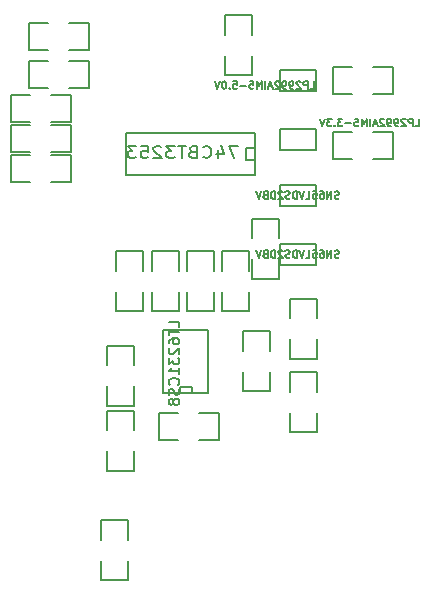
<source format=gbo>
G04 (created by PCBNEW (2013-03-15 BZR 4003)-stable) date ne 24 bře 21:33:24 2013*
%MOIN*%
G04 Gerber Fmt 3.4, Leading zero omitted, Abs format*
%FSLAX34Y34*%
G01*
G70*
G90*
G04 APERTURE LIST*
%ADD10C,0.006*%
%ADD11C,0.005*%
%ADD12C,0.008*%
G04 APERTURE END LIST*
G54D10*
G54D11*
X34950Y-19739D02*
X34950Y-19039D01*
X34950Y-19039D02*
X33750Y-19039D01*
X33750Y-19039D02*
X33750Y-19739D01*
X33750Y-19739D02*
X34950Y-19739D01*
X34950Y-17771D02*
X34950Y-17071D01*
X34950Y-17071D02*
X33750Y-17071D01*
X33750Y-17071D02*
X33750Y-17771D01*
X33750Y-17771D02*
X34950Y-17771D01*
X34950Y-15901D02*
X34950Y-15201D01*
X34950Y-15201D02*
X33750Y-15201D01*
X33750Y-15201D02*
X33750Y-15901D01*
X33750Y-15901D02*
X34950Y-15901D01*
X34950Y-13932D02*
X34950Y-13232D01*
X34950Y-13232D02*
X33750Y-13232D01*
X33750Y-13232D02*
X33750Y-13932D01*
X33750Y-13932D02*
X34950Y-13932D01*
X29910Y-23983D02*
X29860Y-23983D01*
X29860Y-23983D02*
X29860Y-21883D01*
X31360Y-21883D02*
X31360Y-23983D01*
X31360Y-23983D02*
X29910Y-23983D01*
X30810Y-23983D02*
X30810Y-23783D01*
X30810Y-23783D02*
X30410Y-23783D01*
X30410Y-23783D02*
X30410Y-23983D01*
X31360Y-21883D02*
X29860Y-21883D01*
G54D12*
X32937Y-15327D02*
X28637Y-15327D01*
X28637Y-15327D02*
X28637Y-16727D01*
X28637Y-16727D02*
X32937Y-16727D01*
X32937Y-16727D02*
X32937Y-15327D01*
X32937Y-15827D02*
X32637Y-15827D01*
X32637Y-15827D02*
X32637Y-16227D01*
X32637Y-16227D02*
X32937Y-16227D01*
G54D11*
X34997Y-22850D02*
X34097Y-22850D01*
X34097Y-22850D02*
X34097Y-22200D01*
X34997Y-21500D02*
X34997Y-20850D01*
X34997Y-20850D02*
X34097Y-20850D01*
X34097Y-20850D02*
X34097Y-21500D01*
X34997Y-22200D02*
X34997Y-22850D01*
X27377Y-12935D02*
X27377Y-13835D01*
X27377Y-13835D02*
X26727Y-13835D01*
X26027Y-12935D02*
X25377Y-12935D01*
X25377Y-12935D02*
X25377Y-13835D01*
X25377Y-13835D02*
X26027Y-13835D01*
X26727Y-12935D02*
X27377Y-12935D01*
X26787Y-16077D02*
X26787Y-16977D01*
X26787Y-16977D02*
X26137Y-16977D01*
X25437Y-16077D02*
X24787Y-16077D01*
X24787Y-16077D02*
X24787Y-16977D01*
X24787Y-16977D02*
X25437Y-16977D01*
X26137Y-16077D02*
X26787Y-16077D01*
X32831Y-13401D02*
X31931Y-13401D01*
X31931Y-13401D02*
X31931Y-12751D01*
X32831Y-12051D02*
X32831Y-11401D01*
X32831Y-11401D02*
X31931Y-11401D01*
X31931Y-11401D02*
X31931Y-12051D01*
X32831Y-12751D02*
X32831Y-13401D01*
X31833Y-19275D02*
X32733Y-19275D01*
X32733Y-19275D02*
X32733Y-19925D01*
X31833Y-20625D02*
X31833Y-21275D01*
X31833Y-21275D02*
X32733Y-21275D01*
X32733Y-21275D02*
X32733Y-20625D01*
X31833Y-19925D02*
X31833Y-19275D01*
X30652Y-19275D02*
X31552Y-19275D01*
X31552Y-19275D02*
X31552Y-19925D01*
X30652Y-20625D02*
X30652Y-21275D01*
X30652Y-21275D02*
X31552Y-21275D01*
X31552Y-21275D02*
X31552Y-20625D01*
X30652Y-19925D02*
X30652Y-19275D01*
X29471Y-19275D02*
X30371Y-19275D01*
X30371Y-19275D02*
X30371Y-19925D01*
X29471Y-20625D02*
X29471Y-21275D01*
X29471Y-21275D02*
X30371Y-21275D01*
X30371Y-21275D02*
X30371Y-20625D01*
X29471Y-19925D02*
X29471Y-19275D01*
X35515Y-16198D02*
X35515Y-15298D01*
X35515Y-15298D02*
X36165Y-15298D01*
X36865Y-16198D02*
X37515Y-16198D01*
X37515Y-16198D02*
X37515Y-15298D01*
X37515Y-15298D02*
X36865Y-15298D01*
X36165Y-16198D02*
X35515Y-16198D01*
X32817Y-18192D02*
X33717Y-18192D01*
X33717Y-18192D02*
X33717Y-18842D01*
X32817Y-19542D02*
X32817Y-20192D01*
X32817Y-20192D02*
X33717Y-20192D01*
X33717Y-20192D02*
X33717Y-19542D01*
X32817Y-18842D02*
X32817Y-18192D01*
X27798Y-28232D02*
X28698Y-28232D01*
X28698Y-28232D02*
X28698Y-28882D01*
X27798Y-29582D02*
X27798Y-30232D01*
X27798Y-30232D02*
X28698Y-30232D01*
X28698Y-30232D02*
X28698Y-29582D01*
X27798Y-28882D02*
X27798Y-28232D01*
X27377Y-11656D02*
X27377Y-12556D01*
X27377Y-12556D02*
X26727Y-12556D01*
X26027Y-11656D02*
X25377Y-11656D01*
X25377Y-11656D02*
X25377Y-12556D01*
X25377Y-12556D02*
X26027Y-12556D01*
X26727Y-11656D02*
X27377Y-11656D01*
X35515Y-14032D02*
X35515Y-13132D01*
X35515Y-13132D02*
X36165Y-13132D01*
X36865Y-14032D02*
X37515Y-14032D01*
X37515Y-14032D02*
X37515Y-13132D01*
X37515Y-13132D02*
X36865Y-13132D01*
X36165Y-14032D02*
X35515Y-14032D01*
X34097Y-23311D02*
X34997Y-23311D01*
X34997Y-23311D02*
X34997Y-23961D01*
X34097Y-24661D02*
X34097Y-25311D01*
X34097Y-25311D02*
X34997Y-25311D01*
X34997Y-25311D02*
X34997Y-24661D01*
X34097Y-23961D02*
X34097Y-23311D01*
X27994Y-24590D02*
X28894Y-24590D01*
X28894Y-24590D02*
X28894Y-25240D01*
X27994Y-25940D02*
X27994Y-26590D01*
X27994Y-26590D02*
X28894Y-26590D01*
X28894Y-26590D02*
X28894Y-25940D01*
X27994Y-25240D02*
X27994Y-24590D01*
X29708Y-25548D02*
X29708Y-24648D01*
X29708Y-24648D02*
X30358Y-24648D01*
X31058Y-25548D02*
X31708Y-25548D01*
X31708Y-25548D02*
X31708Y-24648D01*
X31708Y-24648D02*
X31058Y-24648D01*
X30358Y-25548D02*
X29708Y-25548D01*
X32522Y-21933D02*
X33422Y-21933D01*
X33422Y-21933D02*
X33422Y-22583D01*
X32522Y-23283D02*
X32522Y-23933D01*
X32522Y-23933D02*
X33422Y-23933D01*
X33422Y-23933D02*
X33422Y-23283D01*
X32522Y-22583D02*
X32522Y-21933D01*
X28894Y-24425D02*
X27994Y-24425D01*
X27994Y-24425D02*
X27994Y-23775D01*
X28894Y-23075D02*
X28894Y-22425D01*
X28894Y-22425D02*
X27994Y-22425D01*
X27994Y-22425D02*
X27994Y-23075D01*
X28894Y-23775D02*
X28894Y-24425D01*
X26787Y-15077D02*
X26787Y-15977D01*
X26787Y-15977D02*
X26137Y-15977D01*
X25437Y-15077D02*
X24787Y-15077D01*
X24787Y-15077D02*
X24787Y-15977D01*
X24787Y-15977D02*
X25437Y-15977D01*
X26137Y-15077D02*
X26787Y-15077D01*
X26787Y-14077D02*
X26787Y-14977D01*
X26787Y-14977D02*
X26137Y-14977D01*
X25437Y-14077D02*
X24787Y-14077D01*
X24787Y-14077D02*
X24787Y-14977D01*
X24787Y-14977D02*
X25437Y-14977D01*
X26137Y-14077D02*
X26787Y-14077D01*
X28290Y-19275D02*
X29190Y-19275D01*
X29190Y-19275D02*
X29190Y-19925D01*
X28290Y-20625D02*
X28290Y-21275D01*
X28290Y-21275D02*
X29190Y-21275D01*
X29190Y-21275D02*
X29190Y-20625D01*
X28290Y-19925D02*
X28290Y-19275D01*
X35719Y-19479D02*
X35683Y-19490D01*
X35624Y-19490D01*
X35600Y-19479D01*
X35588Y-19467D01*
X35576Y-19443D01*
X35576Y-19419D01*
X35588Y-19395D01*
X35600Y-19383D01*
X35624Y-19371D01*
X35671Y-19360D01*
X35695Y-19348D01*
X35707Y-19336D01*
X35719Y-19312D01*
X35719Y-19288D01*
X35707Y-19264D01*
X35695Y-19252D01*
X35671Y-19240D01*
X35612Y-19240D01*
X35576Y-19252D01*
X35469Y-19490D02*
X35469Y-19240D01*
X35326Y-19490D01*
X35326Y-19240D01*
X35100Y-19240D02*
X35148Y-19240D01*
X35171Y-19252D01*
X35183Y-19264D01*
X35207Y-19300D01*
X35219Y-19348D01*
X35219Y-19443D01*
X35207Y-19467D01*
X35195Y-19479D01*
X35171Y-19490D01*
X35124Y-19490D01*
X35100Y-19479D01*
X35088Y-19467D01*
X35076Y-19443D01*
X35076Y-19383D01*
X35088Y-19360D01*
X35100Y-19348D01*
X35124Y-19336D01*
X35171Y-19336D01*
X35195Y-19348D01*
X35207Y-19360D01*
X35219Y-19383D01*
X34850Y-19240D02*
X34969Y-19240D01*
X34981Y-19360D01*
X34969Y-19348D01*
X34945Y-19336D01*
X34886Y-19336D01*
X34862Y-19348D01*
X34850Y-19360D01*
X34838Y-19383D01*
X34838Y-19443D01*
X34850Y-19467D01*
X34862Y-19479D01*
X34886Y-19490D01*
X34945Y-19490D01*
X34969Y-19479D01*
X34981Y-19467D01*
X34612Y-19490D02*
X34731Y-19490D01*
X34731Y-19240D01*
X34564Y-19240D02*
X34481Y-19490D01*
X34398Y-19240D01*
X34314Y-19490D02*
X34314Y-19240D01*
X34255Y-19240D01*
X34219Y-19252D01*
X34195Y-19276D01*
X34183Y-19300D01*
X34171Y-19348D01*
X34171Y-19383D01*
X34183Y-19431D01*
X34195Y-19455D01*
X34219Y-19479D01*
X34255Y-19490D01*
X34314Y-19490D01*
X34076Y-19479D02*
X34040Y-19490D01*
X33981Y-19490D01*
X33957Y-19479D01*
X33945Y-19467D01*
X33933Y-19443D01*
X33933Y-19419D01*
X33945Y-19395D01*
X33957Y-19383D01*
X33981Y-19371D01*
X34028Y-19360D01*
X34052Y-19348D01*
X34064Y-19336D01*
X34076Y-19312D01*
X34076Y-19288D01*
X34064Y-19264D01*
X34052Y-19252D01*
X34028Y-19240D01*
X33969Y-19240D01*
X33933Y-19252D01*
X33838Y-19264D02*
X33826Y-19252D01*
X33802Y-19240D01*
X33743Y-19240D01*
X33719Y-19252D01*
X33707Y-19264D01*
X33695Y-19288D01*
X33695Y-19312D01*
X33707Y-19348D01*
X33850Y-19490D01*
X33695Y-19490D01*
X33588Y-19490D02*
X33588Y-19240D01*
X33528Y-19240D01*
X33493Y-19252D01*
X33469Y-19276D01*
X33457Y-19300D01*
X33445Y-19348D01*
X33445Y-19383D01*
X33457Y-19431D01*
X33469Y-19455D01*
X33493Y-19479D01*
X33528Y-19490D01*
X33588Y-19490D01*
X33255Y-19360D02*
X33219Y-19371D01*
X33207Y-19383D01*
X33195Y-19407D01*
X33195Y-19443D01*
X33207Y-19467D01*
X33219Y-19479D01*
X33243Y-19490D01*
X33338Y-19490D01*
X33338Y-19240D01*
X33255Y-19240D01*
X33231Y-19252D01*
X33219Y-19264D01*
X33207Y-19288D01*
X33207Y-19312D01*
X33219Y-19336D01*
X33231Y-19348D01*
X33255Y-19360D01*
X33338Y-19360D01*
X33124Y-19240D02*
X33040Y-19490D01*
X32957Y-19240D01*
X35719Y-17510D02*
X35683Y-17522D01*
X35624Y-17522D01*
X35600Y-17510D01*
X35588Y-17498D01*
X35576Y-17474D01*
X35576Y-17451D01*
X35588Y-17427D01*
X35600Y-17415D01*
X35624Y-17403D01*
X35671Y-17391D01*
X35695Y-17379D01*
X35707Y-17367D01*
X35719Y-17343D01*
X35719Y-17320D01*
X35707Y-17296D01*
X35695Y-17284D01*
X35671Y-17272D01*
X35612Y-17272D01*
X35576Y-17284D01*
X35469Y-17522D02*
X35469Y-17272D01*
X35326Y-17522D01*
X35326Y-17272D01*
X35100Y-17272D02*
X35148Y-17272D01*
X35171Y-17284D01*
X35183Y-17296D01*
X35207Y-17331D01*
X35219Y-17379D01*
X35219Y-17474D01*
X35207Y-17498D01*
X35195Y-17510D01*
X35171Y-17522D01*
X35124Y-17522D01*
X35100Y-17510D01*
X35088Y-17498D01*
X35076Y-17474D01*
X35076Y-17415D01*
X35088Y-17391D01*
X35100Y-17379D01*
X35124Y-17367D01*
X35171Y-17367D01*
X35195Y-17379D01*
X35207Y-17391D01*
X35219Y-17415D01*
X34850Y-17272D02*
X34969Y-17272D01*
X34981Y-17391D01*
X34969Y-17379D01*
X34945Y-17367D01*
X34886Y-17367D01*
X34862Y-17379D01*
X34850Y-17391D01*
X34838Y-17415D01*
X34838Y-17474D01*
X34850Y-17498D01*
X34862Y-17510D01*
X34886Y-17522D01*
X34945Y-17522D01*
X34969Y-17510D01*
X34981Y-17498D01*
X34612Y-17522D02*
X34731Y-17522D01*
X34731Y-17272D01*
X34564Y-17272D02*
X34481Y-17522D01*
X34398Y-17272D01*
X34314Y-17522D02*
X34314Y-17272D01*
X34255Y-17272D01*
X34219Y-17284D01*
X34195Y-17308D01*
X34183Y-17331D01*
X34171Y-17379D01*
X34171Y-17415D01*
X34183Y-17462D01*
X34195Y-17486D01*
X34219Y-17510D01*
X34255Y-17522D01*
X34314Y-17522D01*
X34076Y-17510D02*
X34040Y-17522D01*
X33981Y-17522D01*
X33957Y-17510D01*
X33945Y-17498D01*
X33933Y-17474D01*
X33933Y-17451D01*
X33945Y-17427D01*
X33957Y-17415D01*
X33981Y-17403D01*
X34028Y-17391D01*
X34052Y-17379D01*
X34064Y-17367D01*
X34076Y-17343D01*
X34076Y-17320D01*
X34064Y-17296D01*
X34052Y-17284D01*
X34028Y-17272D01*
X33969Y-17272D01*
X33933Y-17284D01*
X33838Y-17296D02*
X33826Y-17284D01*
X33802Y-17272D01*
X33743Y-17272D01*
X33719Y-17284D01*
X33707Y-17296D01*
X33695Y-17320D01*
X33695Y-17343D01*
X33707Y-17379D01*
X33850Y-17522D01*
X33695Y-17522D01*
X33588Y-17522D02*
X33588Y-17272D01*
X33528Y-17272D01*
X33493Y-17284D01*
X33469Y-17308D01*
X33457Y-17331D01*
X33445Y-17379D01*
X33445Y-17415D01*
X33457Y-17462D01*
X33469Y-17486D01*
X33493Y-17510D01*
X33528Y-17522D01*
X33588Y-17522D01*
X33255Y-17391D02*
X33219Y-17403D01*
X33207Y-17415D01*
X33195Y-17439D01*
X33195Y-17474D01*
X33207Y-17498D01*
X33219Y-17510D01*
X33243Y-17522D01*
X33338Y-17522D01*
X33338Y-17272D01*
X33255Y-17272D01*
X33231Y-17284D01*
X33219Y-17296D01*
X33207Y-17320D01*
X33207Y-17343D01*
X33219Y-17367D01*
X33231Y-17379D01*
X33255Y-17391D01*
X33338Y-17391D01*
X33124Y-17272D02*
X33040Y-17522D01*
X32957Y-17272D01*
X38261Y-15101D02*
X38380Y-15101D01*
X38380Y-14851D01*
X38178Y-15101D02*
X38178Y-14851D01*
X38083Y-14851D01*
X38059Y-14863D01*
X38047Y-14875D01*
X38035Y-14898D01*
X38035Y-14934D01*
X38047Y-14958D01*
X38059Y-14970D01*
X38083Y-14982D01*
X38178Y-14982D01*
X37940Y-14875D02*
X37928Y-14863D01*
X37904Y-14851D01*
X37845Y-14851D01*
X37821Y-14863D01*
X37809Y-14875D01*
X37797Y-14898D01*
X37797Y-14922D01*
X37809Y-14958D01*
X37952Y-15101D01*
X37797Y-15101D01*
X37678Y-15101D02*
X37630Y-15101D01*
X37607Y-15089D01*
X37595Y-15077D01*
X37571Y-15041D01*
X37559Y-14994D01*
X37559Y-14898D01*
X37571Y-14875D01*
X37583Y-14863D01*
X37607Y-14851D01*
X37654Y-14851D01*
X37678Y-14863D01*
X37690Y-14875D01*
X37702Y-14898D01*
X37702Y-14958D01*
X37690Y-14982D01*
X37678Y-14994D01*
X37654Y-15005D01*
X37607Y-15005D01*
X37583Y-14994D01*
X37571Y-14982D01*
X37559Y-14958D01*
X37440Y-15101D02*
X37392Y-15101D01*
X37369Y-15089D01*
X37357Y-15077D01*
X37333Y-15041D01*
X37321Y-14994D01*
X37321Y-14898D01*
X37333Y-14875D01*
X37345Y-14863D01*
X37369Y-14851D01*
X37416Y-14851D01*
X37440Y-14863D01*
X37452Y-14875D01*
X37464Y-14898D01*
X37464Y-14958D01*
X37452Y-14982D01*
X37440Y-14994D01*
X37416Y-15005D01*
X37369Y-15005D01*
X37345Y-14994D01*
X37333Y-14982D01*
X37321Y-14958D01*
X37226Y-14875D02*
X37214Y-14863D01*
X37190Y-14851D01*
X37130Y-14851D01*
X37107Y-14863D01*
X37095Y-14875D01*
X37083Y-14898D01*
X37083Y-14922D01*
X37095Y-14958D01*
X37238Y-15101D01*
X37083Y-15101D01*
X36988Y-15029D02*
X36869Y-15029D01*
X37011Y-15101D02*
X36928Y-14851D01*
X36845Y-15101D01*
X36761Y-15101D02*
X36761Y-14851D01*
X36642Y-15101D02*
X36642Y-14851D01*
X36559Y-15029D01*
X36476Y-14851D01*
X36476Y-15101D01*
X36238Y-14851D02*
X36357Y-14851D01*
X36369Y-14970D01*
X36357Y-14958D01*
X36333Y-14946D01*
X36273Y-14946D01*
X36250Y-14958D01*
X36238Y-14970D01*
X36226Y-14994D01*
X36226Y-15053D01*
X36238Y-15077D01*
X36250Y-15089D01*
X36273Y-15101D01*
X36333Y-15101D01*
X36357Y-15089D01*
X36369Y-15077D01*
X36119Y-15005D02*
X35928Y-15005D01*
X35833Y-14851D02*
X35678Y-14851D01*
X35761Y-14946D01*
X35726Y-14946D01*
X35702Y-14958D01*
X35690Y-14970D01*
X35678Y-14994D01*
X35678Y-15053D01*
X35690Y-15077D01*
X35702Y-15089D01*
X35726Y-15101D01*
X35797Y-15101D01*
X35821Y-15089D01*
X35833Y-15077D01*
X35571Y-15077D02*
X35559Y-15089D01*
X35571Y-15101D01*
X35583Y-15089D01*
X35571Y-15077D01*
X35571Y-15101D01*
X35476Y-14851D02*
X35321Y-14851D01*
X35404Y-14946D01*
X35369Y-14946D01*
X35345Y-14958D01*
X35333Y-14970D01*
X35321Y-14994D01*
X35321Y-15053D01*
X35333Y-15077D01*
X35345Y-15089D01*
X35369Y-15101D01*
X35440Y-15101D01*
X35464Y-15089D01*
X35476Y-15077D01*
X35250Y-14851D02*
X35166Y-15101D01*
X35083Y-14851D01*
X34761Y-13851D02*
X34880Y-13851D01*
X34880Y-13601D01*
X34678Y-13851D02*
X34678Y-13601D01*
X34583Y-13601D01*
X34559Y-13613D01*
X34547Y-13625D01*
X34535Y-13648D01*
X34535Y-13684D01*
X34547Y-13708D01*
X34559Y-13720D01*
X34583Y-13732D01*
X34678Y-13732D01*
X34440Y-13625D02*
X34428Y-13613D01*
X34404Y-13601D01*
X34345Y-13601D01*
X34321Y-13613D01*
X34309Y-13625D01*
X34297Y-13648D01*
X34297Y-13672D01*
X34309Y-13708D01*
X34452Y-13851D01*
X34297Y-13851D01*
X34178Y-13851D02*
X34130Y-13851D01*
X34107Y-13839D01*
X34095Y-13827D01*
X34071Y-13791D01*
X34059Y-13744D01*
X34059Y-13648D01*
X34071Y-13625D01*
X34083Y-13613D01*
X34107Y-13601D01*
X34154Y-13601D01*
X34178Y-13613D01*
X34190Y-13625D01*
X34202Y-13648D01*
X34202Y-13708D01*
X34190Y-13732D01*
X34178Y-13744D01*
X34154Y-13755D01*
X34107Y-13755D01*
X34083Y-13744D01*
X34071Y-13732D01*
X34059Y-13708D01*
X33940Y-13851D02*
X33892Y-13851D01*
X33869Y-13839D01*
X33857Y-13827D01*
X33833Y-13791D01*
X33821Y-13744D01*
X33821Y-13648D01*
X33833Y-13625D01*
X33845Y-13613D01*
X33869Y-13601D01*
X33916Y-13601D01*
X33940Y-13613D01*
X33952Y-13625D01*
X33964Y-13648D01*
X33964Y-13708D01*
X33952Y-13732D01*
X33940Y-13744D01*
X33916Y-13755D01*
X33869Y-13755D01*
X33845Y-13744D01*
X33833Y-13732D01*
X33821Y-13708D01*
X33726Y-13625D02*
X33714Y-13613D01*
X33690Y-13601D01*
X33630Y-13601D01*
X33607Y-13613D01*
X33595Y-13625D01*
X33583Y-13648D01*
X33583Y-13672D01*
X33595Y-13708D01*
X33738Y-13851D01*
X33583Y-13851D01*
X33488Y-13779D02*
X33369Y-13779D01*
X33511Y-13851D02*
X33428Y-13601D01*
X33345Y-13851D01*
X33261Y-13851D02*
X33261Y-13601D01*
X33142Y-13851D02*
X33142Y-13601D01*
X33059Y-13779D01*
X32976Y-13601D01*
X32976Y-13851D01*
X32738Y-13601D02*
X32857Y-13601D01*
X32869Y-13720D01*
X32857Y-13708D01*
X32833Y-13696D01*
X32773Y-13696D01*
X32750Y-13708D01*
X32738Y-13720D01*
X32726Y-13744D01*
X32726Y-13803D01*
X32738Y-13827D01*
X32750Y-13839D01*
X32773Y-13851D01*
X32833Y-13851D01*
X32857Y-13839D01*
X32869Y-13827D01*
X32619Y-13755D02*
X32428Y-13755D01*
X32190Y-13601D02*
X32309Y-13601D01*
X32321Y-13720D01*
X32309Y-13708D01*
X32285Y-13696D01*
X32226Y-13696D01*
X32202Y-13708D01*
X32190Y-13720D01*
X32178Y-13744D01*
X32178Y-13803D01*
X32190Y-13827D01*
X32202Y-13839D01*
X32226Y-13851D01*
X32285Y-13851D01*
X32309Y-13839D01*
X32321Y-13827D01*
X32071Y-13827D02*
X32059Y-13839D01*
X32071Y-13851D01*
X32083Y-13839D01*
X32071Y-13827D01*
X32071Y-13851D01*
X31904Y-13601D02*
X31880Y-13601D01*
X31857Y-13613D01*
X31845Y-13625D01*
X31833Y-13648D01*
X31821Y-13696D01*
X31821Y-13755D01*
X31833Y-13803D01*
X31845Y-13827D01*
X31857Y-13839D01*
X31880Y-13851D01*
X31904Y-13851D01*
X31928Y-13839D01*
X31940Y-13827D01*
X31952Y-13803D01*
X31964Y-13755D01*
X31964Y-13696D01*
X31952Y-13648D01*
X31940Y-13625D01*
X31928Y-13613D01*
X31904Y-13601D01*
X31750Y-13601D02*
X31666Y-13851D01*
X31583Y-13601D01*
G54D10*
X30391Y-21799D02*
X30391Y-21633D01*
X30041Y-21633D01*
X30041Y-21866D02*
X30041Y-22066D01*
X30391Y-21966D02*
X30041Y-21966D01*
X30041Y-22333D02*
X30041Y-22266D01*
X30058Y-22233D01*
X30075Y-22216D01*
X30125Y-22183D01*
X30191Y-22166D01*
X30325Y-22166D01*
X30358Y-22183D01*
X30375Y-22199D01*
X30391Y-22233D01*
X30391Y-22299D01*
X30375Y-22333D01*
X30358Y-22349D01*
X30325Y-22366D01*
X30241Y-22366D01*
X30208Y-22349D01*
X30191Y-22333D01*
X30175Y-22299D01*
X30175Y-22233D01*
X30191Y-22199D01*
X30208Y-22183D01*
X30241Y-22166D01*
X30075Y-22499D02*
X30058Y-22516D01*
X30041Y-22549D01*
X30041Y-22633D01*
X30058Y-22666D01*
X30075Y-22683D01*
X30108Y-22699D01*
X30141Y-22699D01*
X30191Y-22683D01*
X30391Y-22483D01*
X30391Y-22699D01*
X30041Y-22816D02*
X30041Y-23033D01*
X30175Y-22916D01*
X30175Y-22966D01*
X30191Y-23000D01*
X30208Y-23016D01*
X30241Y-23033D01*
X30325Y-23033D01*
X30358Y-23016D01*
X30375Y-23000D01*
X30391Y-22966D01*
X30391Y-22866D01*
X30375Y-22833D01*
X30358Y-22816D01*
X30391Y-23366D02*
X30391Y-23166D01*
X30391Y-23266D02*
X30041Y-23266D01*
X30091Y-23233D01*
X30125Y-23200D01*
X30141Y-23166D01*
X30358Y-23716D02*
X30375Y-23700D01*
X30391Y-23650D01*
X30391Y-23616D01*
X30375Y-23566D01*
X30341Y-23533D01*
X30308Y-23516D01*
X30241Y-23500D01*
X30191Y-23500D01*
X30125Y-23516D01*
X30091Y-23533D01*
X30058Y-23566D01*
X30041Y-23616D01*
X30041Y-23650D01*
X30058Y-23700D01*
X30075Y-23716D01*
X30375Y-23850D02*
X30391Y-23900D01*
X30391Y-23983D01*
X30375Y-24016D01*
X30358Y-24033D01*
X30325Y-24050D01*
X30291Y-24050D01*
X30258Y-24033D01*
X30241Y-24016D01*
X30225Y-23983D01*
X30208Y-23916D01*
X30191Y-23883D01*
X30175Y-23866D01*
X30141Y-23850D01*
X30108Y-23850D01*
X30075Y-23866D01*
X30058Y-23883D01*
X30041Y-23916D01*
X30041Y-24000D01*
X30058Y-24050D01*
X30191Y-24250D02*
X30175Y-24216D01*
X30158Y-24200D01*
X30125Y-24183D01*
X30108Y-24183D01*
X30075Y-24200D01*
X30058Y-24216D01*
X30041Y-24250D01*
X30041Y-24316D01*
X30058Y-24350D01*
X30075Y-24366D01*
X30108Y-24383D01*
X30125Y-24383D01*
X30158Y-24366D01*
X30175Y-24350D01*
X30191Y-24316D01*
X30191Y-24250D01*
X30208Y-24216D01*
X30225Y-24200D01*
X30258Y-24183D01*
X30325Y-24183D01*
X30358Y-24200D01*
X30375Y-24216D01*
X30391Y-24250D01*
X30391Y-24316D01*
X30375Y-24350D01*
X30358Y-24366D01*
X30325Y-24383D01*
X30258Y-24383D01*
X30225Y-24366D01*
X30208Y-24350D01*
X30191Y-24316D01*
G54D11*
X32342Y-15761D02*
X32042Y-15761D01*
X32235Y-16161D01*
X31678Y-15895D02*
X31678Y-16161D01*
X31785Y-15742D02*
X31892Y-16028D01*
X31614Y-16028D01*
X31185Y-16123D02*
X31207Y-16142D01*
X31271Y-16161D01*
X31314Y-16161D01*
X31378Y-16142D01*
X31421Y-16104D01*
X31442Y-16066D01*
X31464Y-15990D01*
X31464Y-15933D01*
X31442Y-15857D01*
X31421Y-15819D01*
X31378Y-15780D01*
X31314Y-15761D01*
X31271Y-15761D01*
X31207Y-15780D01*
X31185Y-15800D01*
X30842Y-15952D02*
X30778Y-15971D01*
X30757Y-15990D01*
X30735Y-16028D01*
X30735Y-16085D01*
X30757Y-16123D01*
X30778Y-16142D01*
X30821Y-16161D01*
X30992Y-16161D01*
X30992Y-15761D01*
X30842Y-15761D01*
X30799Y-15780D01*
X30778Y-15800D01*
X30757Y-15838D01*
X30757Y-15876D01*
X30778Y-15914D01*
X30799Y-15933D01*
X30842Y-15952D01*
X30992Y-15952D01*
X30607Y-15761D02*
X30349Y-15761D01*
X30478Y-16161D02*
X30478Y-15761D01*
X30242Y-15761D02*
X29964Y-15761D01*
X30114Y-15914D01*
X30049Y-15914D01*
X30007Y-15933D01*
X29985Y-15952D01*
X29964Y-15990D01*
X29964Y-16085D01*
X29985Y-16123D01*
X30007Y-16142D01*
X30049Y-16161D01*
X30178Y-16161D01*
X30221Y-16142D01*
X30242Y-16123D01*
X29792Y-15800D02*
X29771Y-15780D01*
X29728Y-15761D01*
X29621Y-15761D01*
X29578Y-15780D01*
X29557Y-15800D01*
X29535Y-15838D01*
X29535Y-15876D01*
X29557Y-15933D01*
X29814Y-16161D01*
X29535Y-16161D01*
X29128Y-15761D02*
X29342Y-15761D01*
X29364Y-15952D01*
X29342Y-15933D01*
X29300Y-15914D01*
X29192Y-15914D01*
X29150Y-15933D01*
X29128Y-15952D01*
X29107Y-15990D01*
X29107Y-16085D01*
X29128Y-16123D01*
X29150Y-16142D01*
X29192Y-16161D01*
X29300Y-16161D01*
X29342Y-16142D01*
X29364Y-16123D01*
X28957Y-15761D02*
X28678Y-15761D01*
X28828Y-15914D01*
X28764Y-15914D01*
X28721Y-15933D01*
X28700Y-15952D01*
X28678Y-15990D01*
X28678Y-16085D01*
X28700Y-16123D01*
X28721Y-16142D01*
X28764Y-16161D01*
X28892Y-16161D01*
X28935Y-16142D01*
X28957Y-16123D01*
M02*

</source>
